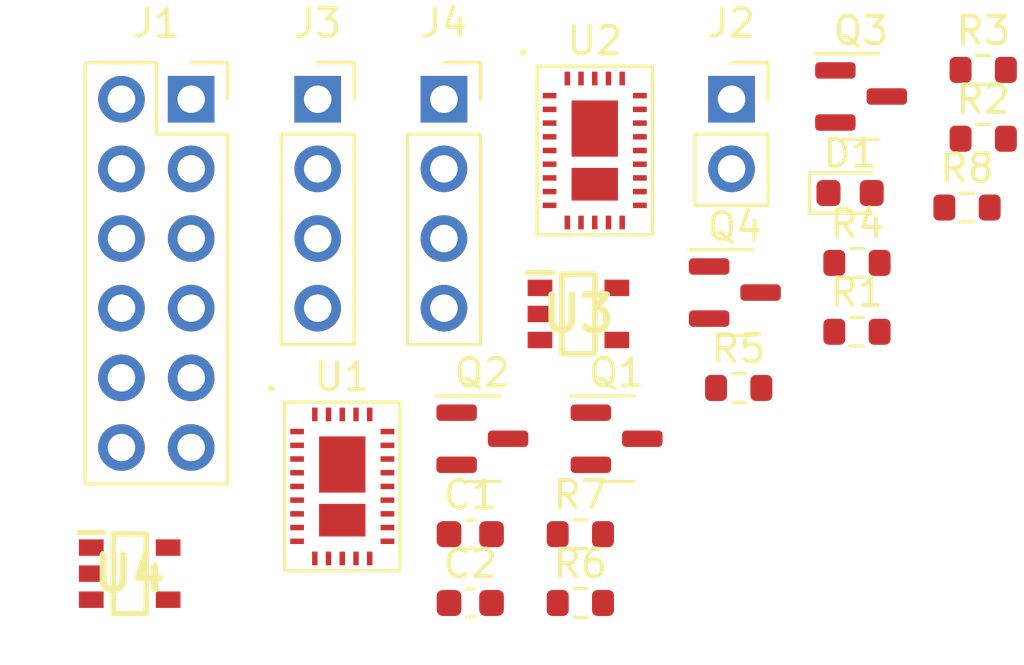
<source format=kicad_pcb>
(kicad_pcb (version 20211014) (generator pcbnew)
  (layers (0 "F.Cu" signal) (31 "B.Cu" signal) (34 "B.Paste" user) (35 "F.Paste" user) (36 "B.SilkS" user "B.Silkscreen") (37 "F.SilkS" user "F.Silkscreen") (38 "B.Mask" user) (39 "F.Mask" user) (44 "Edge.Cuts" user))
  (net 0 "")
  (net 1 "GND")
  (net 2 "Net-(C1-Pad2)")
  (net 3 "Net-(U2-Pad3)")
  (net 4 "/V_PUMP")
  (net 5 "/SDA")
  (net 7 "/SCL")
  (net 8 "/V_O2")
  (net 9 "VCC")
  (net 10 "/V_NH3")
  (net 11 "/CO2_INT")
  (net 12 "Net-(J1-Pad10)")
  (net 13 "/CH4_INT")
  (net 14 "Net-(J1-Pad12)")
  (net 15 "/V_CO2")
  (net 16 "Net-(R1-Pad2)")
  (net 17 "Net-(R3-Pad1)")
  (net 18 "/V_CH4")
  (net 19 "Net-(U2-Pad26)")
  (net 20 "Net-(U2-Pad37)")
  (footprint "Package_TO_SOT_SMD:SOT-23" (layer "F.Cu") (at 154.44 98.52)
    (fp_text reference "Q2" (at 0 -2.4) (layer "F.SilkS"))
    (fp_text value "T2N7002AK")
    (fp_line (start 0 -1.56) (end 0.65 -1.56) (layer "F.SilkS") (width 0.12))
    (fp_line (start 0 1.56) (end 0.65 1.56) (layer "F.SilkS") (width 0.12))
    (fp_line (start 0 1.56) (end -0.65 1.56) (layer "F.SilkS") (width 0.12))
    (fp_line (start 0 -1.56) (end -1.675 -1.56) (layer "F.SilkS") (width 0.12))
    (pad "1" smd roundrect (at -0.9375 -0.95) (size 1.475 0.6) (layers "F.Cu" "F.Paste" "F.Mask") (net 15 "/V_CO2"))
    (pad "2" smd roundrect (at -0.9375 0.95) (size 1.475 0.6) (layers "F.Cu" "F.Paste" "F.Mask") (net 17 "Net-(R3-Pad1)"))
    (pad "3" smd roundrect (at 0.9375 0) (size 1.475 0.6) (layers "F.Cu" "F.Paste" "F.Mask") (net 7 "/SCL"))
  )
  (footprint "Resistor_SMD:R_0603_1608Metric" (layer "F.Cu") (at 168.09 92.11)
    (fp_text reference "R4" (at 0 -1.43) (layer "F.SilkS"))
    (fp_text value "10k")
    (fp_line (start -0.237258 0.5225) (end 0.237258 0.5225) (layer "F.SilkS") (width 0.12))
    (fp_line (start -0.237258 -0.5225) (end 0.237258 -0.5225) (layer "F.SilkS") (width 0.12))
    (pad "1" smd roundrect (at -0.825 0) (size 0.8 0.95) (layers "F.Cu" "F.Paste" "F.Mask") (net 7 "/SCL"))
    (pad "2" smd roundrect (at 0.825 0) (size 0.8 0.95) (layers "F.Cu" "F.Paste" "F.Mask") (net 9 "VCC"))
  )
  (footprint "USEQGSE:USEQGSE" (layer "F.Cu") (at 158.535 88.01)
    (fp_text reference "U2" (at 0 -4 unlocked) (layer "F.SilkS"))
    (fp_text value "USEQGSE CH4")
    (fp_rect (start -2.1 -3.075) (end 2.1 3.075) (layer "F.SilkS") (width 0.12) (fill none))
    (fp_circle (center -2.6 -3.575) (end -2.6 -3.515) (layer "F.SilkS") (width 0.12) (fill none))
    (pad "1" smd rect (at -1.645 -2) (size 0.5 0.2) (layers "F.Cu" "F.Paste" "F.Mask") (net 18 "/V_CH4"))
    (pad "2" smd rect (at -1.645 -1.5) (size 0.5 0.2) (layers "F.Cu" "F.Paste" "F.Mask"))
    (pad "3" smd rect (at -1.645 -1) (size 0.5 0.2) (layers "F.Cu" "F.Paste" "F.Mask") (net 3 "Net-(U2-Pad3)"))
    (pad "4" smd rect (at -1.645 -0.5) (size 0.5 0.2) (layers "F.Cu" "F.Paste" "F.Mask"))
    (pad "5" smd rect (at -1.645 0) (size 0.5 0.2) (layers "F.Cu" "F.Paste" "F.Mask") (net 1 "GND"))
    (pad "6" smd rect (at -1.645 0.5) (size 0.5 0.2) (layers "F.Cu" "F.Paste" "F.Mask"))
    (pad "7" smd rect (at -1.645 1) (size 0.5 0.2) (layers "F.Cu" "F.Paste" "F.Mask") (net 1 "GND"))
    (pad "8" smd rect (at -1.645 1.5) (size 0.5 0.2) (layers "F.Cu" "F.Paste" "F.Mask"))
    (pad "9" smd rect (at -1.645 2) (size 0.5 0.2) (layers "F.Cu" "F.Paste" "F.Mask"))
    (pad "10" smd rect (at -1 2.625 270) (size 0.5 0.2) (layers "F.Cu" "F.Paste" "F.Mask"))
    (pad "11" smd rect (at -0.5 2.625 270) (size 0.5 0.2) (layers "F.Cu" "F.Paste" "F.Mask"))
    (pad "12" smd rect (at 0 2.625 270) (size 0.5 0.2) (layers "F.Cu" "F.Paste" "F.Mask"))
    (pad "13" smd rect (at 0.5 2.625 270) (size 0.5 0.2) (layers "F.Cu" "F.Paste" "F.Mask"))
    (pad "14" smd rect (at 1 2.625 270) (size 0.5 0.2) (layers "F.Cu" "F.Paste" "F.Mask"))
    (pad "15" smd rect (at 1.645 2) (size 0.5 0.2) (layers "F.Cu" "F.Paste" "F.Mask"))
    (pad "16" smd rect (at 1.645 1.5) (size 0.5 0.2) (layers "F.Cu" "F.Paste" "F.Mask"))
    (pad "17" smd rect (at 1.645 1) (size 0.5 0.2) (layers "F.Cu" "F.Paste" "F.Mask") (net 1 "GND"))
    (pad "18" smd rect (at 1.645 0.5) (size 0.5 0.2) (layers "F.Cu" "F.Paste" "F.Mask"))
    (pad "19" smd rect (at 1.645 0) (size 0.5 0.2) (layers "F.Cu" "F.Paste" "F.Mask") (net 1 "GND"))
    (pad "20" smd rect (at 1.645 -0.5) (size 0.5 0.2) (layers "F.Cu" "F.Paste" "F.Mask"))
    (pad "21" smd rect (at 1.645 -1) (size 0.5 0.2) (layers "F.Cu" "F.Paste" "F.Mask"))
    (pad "22" smd rect (at 1.645 -1.5) (size 0.5 0.2) (layers "F.Cu" "F.Paste" "F.Mask"))
    (pad "23" smd rect (at 1.645 -2) (size 0.5 0.2) (layers "F.Cu" "F.Paste" "F.Mask") (net 18 "/V_CH4"))
    (pad "24" smd rect (at 1 -2.625 270) (size 0.5 0.2) (layers "F.Cu" "F.Paste" "F.Mask"))
    (pad "25" smd rect (at 0.5 -2.625 270) (size 0.5 0.2) (layers "F.Cu" "F.Paste" "F.Mask") (net 13 "/CH4_INT"))
    (pad "26" smd rect (at 0 -2.625 270) (size 0.5 0.2) (layers "F.Cu" "F.Paste" "F.Mask") (net 19 "Net-(U2-Pad26)"))
    (pad "27" smd rect (at -0.5 -2.625 270) (size 0.5 0.2) (layers "F.Cu" "F.Paste" "F.Mask"))
    (pad "28" smd rect (at -1 -2.625 270) (size 0.5 0.2) (layers "F.Cu" "F.Paste" "F.Mask") (net 1 "GND"))
    (pad "29" smd rect (at 0 -0.8 270) (size 2.05 1.69) (layers "F.Cu" "F.Paste" "F.Mask") (net 1 "GND"))
    (pad "30" smd rect (at 0 1.23 270) (size 1.19 1.69) (layers "F.Cu" "F.Paste" "F.Mask") (net 1 "GND"))
  )
  (footprint "Package_TO_SOT_SMD:SOT-23" (layer "F.Cu") (at 163.64 93.19)
    (fp_text reference "Q4" (at 0 -2.4) (layer "F.SilkS"))
    (fp_text value "T2N7002AK")
    (fp_line (start 0 1.56) (end -0.65 1.56) (layer "F.SilkS") (width 0.12))
    (fp_line (start 0 1.56) (end 0.65 1.56) (layer "F.SilkS") (width 0.12))
    (fp_line (start 0 -1.56) (end 0.65 -1.56) (layer "F.SilkS") (width 0.12))
    (fp_line (start 0 -1.56) (end -1.675 -1.56) (layer "F.SilkS") (width 0.12))
    (pad "1" smd roundrect (at -0.9375 -0.95) (size 1.475 0.6) (layers "F.Cu" "F.Paste" "F.Mask") (net 18 "/V_CH4"))
    (pad "2" smd roundrect (at -0.9375 0.95) (size 1.475 0.6) (layers "F.Cu" "F.Paste" "F.Mask") (net 20 "Net-(U2-Pad37)"))
    (pad "3" smd roundrect (at 0.9375 0) (size 1.475 0.6) (layers "F.Cu" "F.Paste" "F.Mask") (net 7 "/SCL"))
  )
  (footprint "Resistor_SMD:R_0603_1608Metric" (layer "F.Cu") (at 158.01 104.51)
    (fp_text reference "R6" (at 0 -1.43) (layer "F.SilkS"))
    (fp_text value "10k")
    (fp_line (start -0.237258 -0.5225) (end 0.237258 -0.5225) (layer "F.SilkS") (width 0.12))
    (fp_line (start -0.237258 0.5225) (end 0.237258 0.5225) (layer "F.SilkS") (width 0.12))
    (pad "1" smd roundrect (at -0.825 0) (size 0.8 0.95) (layers "F.Cu" "F.Paste" "F.Mask") (net 9 "VCC"))
    (pad "2" smd roundrect (at 0.825 0) (size 0.8 0.95) (layers "F.Cu" "F.Paste" "F.Mask") (net 5 "/SDA"))
  )
  (footprint "SamacSys:SOT95P280X130-5N" (layer "F.Cu") (at 157.94 93.97)
    (fp_text reference "U3" (at 0 0) (layer "F.SilkS") (effects (font (size 1.27 1.27) (thickness 0.254))))
    (fp_text value "XC9265A331MR-G" hide)
    (fp_line (start 0.6 -1.45) (end 0.6 1.45) (layer "F.SilkS") (width 0.2))
    (fp_line (start -0.6 1.45) (end -0.6 -1.45) (layer "F.SilkS") (width 0.2))
    (fp_line (start -0.6 -1.45) (end 0.6 -1.45) (layer "F.SilkS") (width 0.2))
    (fp_line (start 0.6 1.45) (end -0.6 1.45) (layer "F.SilkS") (width 0.2))
    (fp_line (start -1.85 -1.5) (end -0.95 -1.5) (layer "F.SilkS") (width 0.2))
    (pad "1" smd rect locked (at -1.4 -0.95 90) (size 0.6 0.9) (layers "F.Cu" "F.Paste" "F.Mask") (net 12 "Net-(J1-Pad10)"))
    (pad "2" smd rect locked (at -1.4 0 90) (size 0.6 0.9) (layers "F.Cu" "F.Paste" "F.Mask") (net 1 "GND"))
    (pad "3" smd rect locked (at -1.4 0.95 90) (size 0.6 0.9) (layers "F.Cu" "F.Paste" "F.Mask") (net 12 "Net-(J1-Pad10)"))
    (pad "4" smd rect locked (at 1.4 0.95 90) (size 0.6 0.9) (layers "F.Cu" "F.Paste" "F.Mask") (net 15 "/V_CO2"))
    (pad "5" smd rect locked (at 1.4 -0.95 90) (size 0.6 0.9) (layers "F.Cu" "F.Paste" "F.Mask"))
  )
  (footprint "Resistor_SMD:R_0603_1608Metric" (layer "F.Cu") (at 163.78 96.67)
    (fp_text reference "R5" (at 0 -1.43) (layer "F.SilkS"))
    (fp_text value "10k")
    (fp_line (start -0.237258 0.5225) (end 0.237258 0.5225) (layer "F.SilkS") (width 0.12))
    (fp_line (start -0.237258 -0.5225) (end 0.237258 -0.5225) (layer "F.SilkS") (width 0.12))
    (pad "1" smd roundrect (at -0.825 0) (size 0.8 0.95) (layers "F.Cu" "F.Paste" "F.Mask") (net 18 "/V_CH4"))
    (pad "2" smd roundrect (at 0.825 0) (size 0.8 0.95) (layers "F.Cu" "F.Paste" "F.Mask") (net 19 "Net-(U2-Pad26)"))
  )
  (footprint "Package_TO_SOT_SMD:SOT-23" (layer "F.Cu") (at 159.33 98.52)
    (fp_text reference "Q1" (at 0 -2.4) (layer "F.SilkS"))
    (fp_text value "T2N7002AK")
    (fp_line (start 0 -1.56) (end 0.65 -1.56) (layer "F.SilkS") (width 0.12))
    (fp_line (start 0 1.56) (end 0.65 1.56) (layer "F.SilkS") (width 0.12))
    (fp_line (start 0 -1.56) (end -1.675 -1.56) (layer "F.SilkS") (width 0.12))
    (fp_line (start 0 1.56) (end -0.65 1.56) (layer "F.SilkS") (width 0.12))
    (pad "1" smd roundrect (at -0.9375 -0.95) (size 1.475 0.6) (layers "F.Cu" "F.Paste" "F.Mask") (net 15 "/V_CO2"))
    (pad "2" smd roundrect (at -0.9375 0.95) (size 1.475 0.6) (layers "F.Cu" "F.Paste" "F.Mask") (net 16 "Net-(R1-Pad2)"))
    (pad "3" smd roundrect (at 0.9375 0) (size 1.475 0.6) (layers "F.Cu" "F.Paste" "F.Mask") (net 5 "/SDA"))
  )
  (footprint "Connector_PinSocket_2.54mm:PinSocket_1x02_P2.54mm_Vertical" (layer "F.Cu") (at 163.52 86.14)
    (fp_text reference "J2" (at 0 -2.77) (layer "F.SilkS"))
    (fp_text value "Pump")
    (fp_line (start 1.33 1.27) (end 1.33 3.87) (layer "F.SilkS") (width 0.12))
    (fp_line (start -1.33 3.87) (end 1.33 3.87) (layer "F.SilkS") (width 0.12))
    (fp_line (start 0 -1.33) (end 1.33 -1.33) (layer "F.SilkS") (width 0.12))
    (fp_line (start -1.33 1.27) (end 1.33 1.27) (layer "F.SilkS") (width 0.12))
    (fp_line (start 1.33 -1.33) (end 1.33 0) (layer "F.SilkS") (width 0.12))
    (fp_line (start -1.33 1.27) (end -1.33 3.87) (layer "F.SilkS") (width 0.12))
    (pad "1" thru_hole rect (at 0 0) (size 1.7 1.7) (drill 1) (layers *.Cu *.Mask) (net 4 "/V_PUMP"))
    (pad "2" thru_hole oval (at 0 2.54) (size 1.7 1.7) (drill 1) (layers *.Cu *.Mask) (net 1 "GND"))
  )
  (footprint "Connector_PinSocket_2.54mm:PinSocket_1x04_P2.54mm_Vertical" (layer "F.Cu") (at 148.44 86.14)
    (fp_text reference "J3" (at 0 -2.77) (layer "F.SilkS"))
    (fp_text value "DFRobot O2")
    (fp_line (start -1.33 1.27) (end 1.33 1.27) (layer "F.SilkS") (width 0.12))
    (fp_line (start 1.33 1.27) (end 1.33 8.95) (layer "F.SilkS") (width 0.12))
    (fp_line (start -1.33 1.27) (end -1.33 8.95) (layer "F.SilkS") (width 0.12))
    (fp_line (start 0 -1.33) (end 1.33 -1.33) (layer "F.SilkS") (width 0.12))
    (fp_line (start -1.33 8.95) (end 1.33 8.95) (layer "F.SilkS") (width 0.12))
    (fp_line (start 1.33 -1.33) (end 1.33 0) (layer "F.SilkS") (width 0.12))
    (pad "1" thru_hole rect (at 0 0) (size 1.7 1.7) (drill 1) (layers *.Cu *.Mask) (net 5 "/SDA"))
    (pad "2" thru_hole oval (at 0 2.54) (size 1.7 1.7) (drill 1) (layers *.Cu *.Mask) (net 7 "/SCL"))
    (pad "3" thru_hole oval (at 0 5.08) (size 1.7 1.7) (drill 1) (layers *.Cu *.Mask) (net 1 "GND"))
    (pad "4" thru_hole oval (at 0 7.62) (size 1.7 1.7) (drill 1) (layers *.Cu *.Mask) (net 8 "/V_O2"))
  )
  (footprint "Diode_SMD:D_0603_1608Metric" (layer "F.Cu") (at 167.84 89.56)
    (fp_text reference "D1" (at 0 -1.43) (layer "F.SilkS"))
    (fp_text value "D_Small")
    (fp_line (start -1.485 -0.735) (end -1.485 0.735) (layer "F.SilkS") (width 0.12))
    (fp_line (start 0.8 -0.735) (end -1.485 -0.735) (layer "F.SilkS") (width 0.12))
    (fp_line (start -1.485 0.735) (end 0.8 0.735) (layer "F.SilkS") (width 0.12))
    (pad "1" smd roundrect (at -0.7875 0) (size 0.875 0.95) (layers "F.Cu" "F.Paste" "F.Mask") (net 4 "/V_PUMP"))
    (pad "2" smd roundrect (at 0.7875 0) (size 0.875 0.95) (layers "F.Cu" "F.Paste" "F.Mask") (net 1 "GND"))
  )
  (footprint "Connector_PinSocket_2.54mm:PinSocket_2x06_P2.54mm_Vertical" (layer "F.Cu") (at 143.83 86.14)
    (fp_text reference "J1" (at -1.27 -2.77) (layer "F.SilkS"))
    (fp_text value "MicroLab Input")
    (fp_line (start -3.87 -1.33) (end -3.87 14.03) (layer "F.SilkS") (width 0.12))
    (fp_line (start -1.27 1.27) (end 1.33 1.27) (layer "F.SilkS") (width 0.12))
    (fp_line (start 1.33 -1.33) (end 1.33 0) (layer "F.SilkS") (width 0.12))
    (fp_line (start -3.87 14.03) (end 1.33 14.03) (layer "F.SilkS") (width 0.12))
    (fp_line (start -1.27 -1.33) (end -1.27 1.27) (layer "F.SilkS") (width 0.12))
    (fp_line (start 0 -1.33) (end 1.33 -1.33) (layer "F.SilkS") (width 0.12))
    (fp_line (start 1.33 1.27) (end 1.33 14.03) (layer "F.SilkS") (width 0.12))
    (fp_line (start -3.87 -1.33) (end -1.27 -1.33) (layer "F.SilkS") (width 0.12))
    (pad "1" thru_hole rect (at 0 0) (size 1.7 1.7) (drill 1) (layers *.Cu *.Mask) (net 5 "/SDA"))
    (pad "2" thru_hole oval (at -2.54 0) (size 1.7 1.7) (drill 1) (layers *.Cu *.Mask))
    (pad "3" thru_hole oval (at 0 2.54) (size 1.7 1.7) (drill 1) (layers *.Cu *.Mask) (net 7 "/SCL"))
    (pad "4" thru_hole oval (at -2.54 2.54) (size 1.7 1.7) (drill 1) (layers *.Cu *.Mask) (net 8 "/V_O2"))
    (pad "5" thru_hole oval (at 0 5.08) (size 1.7 1.7) (drill 1) (layers *.Cu *.Mask) (net 9 "VCC"))
    (pad "6" thru_hole oval (at -2.54 5.08) (size 1.7 1.7) (drill 1) (layers *.Cu *.Mask) (net 10 "/V_NH3"))
    (pad "7" thru_hole oval (at 0 7.62) (size 1.7 1.7) (drill 1) (layers *.Cu *.Mask) (net 1 "GND"))
    (pad "8" thru_hole oval (at -2.54 7.62) (size 1.7 1.7) (drill 1) (layers *.Cu *.Mask) (net 4 "/V_PUMP"))
    (pad "9" thru_hole oval (at 0 10.16) (size 1.7 1.7) (drill 1) (layers *.Cu *.Mask) (net 11 "/CO2_INT"))
    (pad "10" thru_hole oval (at -2.54 10.16) (size 1.7 1.7) (drill 1) (layers *.Cu *.Mask) (net 12 "Net-(J1-Pad10)"))
    (pad "11" thru_hole oval (at 0 12.7) (size 1.7 1.7) (drill 1) (layers *.Cu *.Mask) (net 13 "/CH4_INT"))
    (pad "12" thru_hole oval (at -2.54 12.7) (size 1.7 1.7) (drill 1) (layers *.Cu *.Mask) (net 14 "Net-(J1-Pad12)"))
  )
  (footprint "Capacitor_SMD:C_0603_1608Metric" (layer "F.Cu") (at 154 102)
    (fp_text reference "C1" (at 0 -1.43) (layer "F.SilkS"))
    (fp_text value "100nF")
    (fp_line (start -0.14058 0.51) (end 0.14058 0.51) (layer "F.SilkS") (width 0.12))
    (fp_line (start -0.14058 -0.51) (end 0.14058 -0.51) (layer "F.SilkS") (width 0.12))
    (pad "1" smd roundrect (at -0.775 0) (size 0.9 0.95) (layers "F.Cu" "F.Paste" "F.Mask") (net 1 "GND"))
    (pad "2" smd roundrect (at 0.775 0) (size 0.9 0.95) (layers "F.Cu" "F.Paste" "F.Mask") (net 2 "Net-(C1-Pad2)"))
  )
  (footprint "Resistor_SMD:R_0603_1608Metric" (layer "F.Cu") (at 158.01 102)
    (fp_text reference "R7" (at 0 -1.43) (layer "F.SilkS"))
    (fp_text value "10k")
    (fp_line (start -0.237258 0.5225) (end 0.237258 0.5225) (layer "F.SilkS") (width 0.12))
    (fp_line (start -0.237258 -0.5225) (end 0.237258 -0.5225) (layer "F.SilkS") (width 0.12))
    (pad "1" smd roundrect (at -0.825 0) (size 0.8 0.95) (layers "F.Cu" "F.Paste" "F.Mask") (net 20 "Net-(U2-Pad37)"))
    (pad "2" smd roundrect (at 0.825 0) (size 0.8 0.95) (layers "F.Cu" "F.Paste" "F.Mask") (net 18 "/V_CH4"))
  )
  (footprint "Resistor_SMD:R_0603_1608Metric" (layer "F.Cu") (at 172.69 87.58)
    (fp_text reference "R2" (at 0 -1.43) (layer "F.SilkS"))
    (fp_text value "10k")
    (fp_line (start -0.237258 -0.5225) (end 0.237258 -0.5225) (layer "F.SilkS") (width 0.12))
    (fp_line (start -0.237258 0.5225) (end 0.237258 0.5225) (layer "F.SilkS") (width 0.12))
    (pad "1" smd roundrect (at -0.825 0) (size 0.8 0.95) (layers "F.Cu" "F.Paste" "F.Mask") (net 9 "VCC"))
    (pad "2" smd roundrect (at 0.825 0) (size 0.8 0.95) (layers "F.Cu" "F.Paste" "F.Mask") (net 5 "/SDA"))
  )
  (footprint "Resistor_SMD:R_0603_1608Metric" (layer "F.Cu") (at 168.09 94.62)
    (fp_text reference "R1" (at 0 -1.43) (layer "F.SilkS"))
    (fp_text value "10k")
    (fp_line (start -0.237258 0.5225) (end 0.237258 0.5225) (layer "F.SilkS") (width 0.12))
    (fp_line (start -0.237258 -0.5225) (end 0.237258 -0.5225) (layer "F.SilkS") (width 0.12))
    (pad "1" smd roundrect (at -0.825 0) (size 0.8 0.95) (layers "F.Cu" "F.Paste" "F.Mask") (net 15 "/V_CO2"))
    (pad "2" smd roundrect (at 0.825 0) (size 0.8 0.95) (layers "F.Cu" "F.Paste" "F.Mask") (net 16 "Net-(R1-Pad2)"))
  )
  (footprint "Package_TO_SOT_SMD:SOT-23" (layer "F.Cu") (at 168.24 86.04)
    (fp_text reference "Q3" (at 0 -2.4) (layer "F.SilkS"))
    (fp_text value "T2N7002AK")
    (fp_line (start 0 1.56) (end -0.65 1.56) (layer "F.SilkS") (width 0.12))
    (fp_line (start 0 1.56) (end 0.65 1.56) (layer "F.SilkS") (width 0.12))
    (fp_line (start 0 -1.56) (end 0.65 -1.56) (layer "F.SilkS") (width 0.12))
    (fp_line (start 0 -1.56) (end -1.675 -1.56) (layer "F.SilkS") (width 0.12))
    (pad "1" smd roundrect (at -0.9375 -0.95) (size 1.475 0.6) (layers "F.Cu" "F.Paste" "F.Mask") (net 18 "/V_CH4"))
    (pad "2" smd roundrect (at -0.9375 0.95) (size 1.475 0.6) (layers "F.Cu" "F.Paste" "F.Mask") (net 19 "Net-(U2-Pad26)"))
    (pad "3" smd roundrect (at 0.9375 0) (size 1.475 0.6) (layers "F.Cu" "F.Paste" "F.Mask") (net 5 "/SDA"))
  )
  (footprint "SamacSys:SOT95P280X130-5N" (layer "F.Cu") (at 141.59 103.44)
    (fp_text reference "U4" (at 0 0) (layer "F.SilkS") (effects (font (size 1.27 1.27) (thickness 0.254))))
    (fp_text value "XC9265A331MR-G" hide)
    (fp_line (start -1.85 -1.5) (end -0.95 -1.5) (layer "F.SilkS") (width 0.2))
    (fp_line (start 0.6 -1.45) (end 0.6 1.45) (layer "F.SilkS") (width 0.2))
    (fp_line (start -0.6 -1.45) (end 0.6 -1.45) (layer "F.SilkS") (width 0.2))
    (fp_line (start -0.6 1.45) (end -0.6 -1.45) (layer "F.SilkS") (width 0.2))
    (fp_line (start 0.6 1.45) (end -0.6 1.45) (layer "F.SilkS") (width 0.2))
    (pad "1" smd rect locked (at -1.4 -0.95 90) (size 0.6 0.9) (layers "F.Cu" "F.Paste" "F.Mask") (net 14 "Net-(J1-Pad12)"))
    (pad "2" smd rect locked (at -1.4 0 90) (size 0.6 0.9) (layers "F.Cu" "F.Paste" "F.Mask") (net 1 "GND"))
    (pad "3" smd rect locked (at -1.4 0.95 90) (size 0.6 0.9) (layers "F.Cu" "F.Paste" "F.Mask") (net 14 "Net-(J1-Pad12)"))
    (pad "4" smd rect locked (at 1.4 0.95 90) (size 0.6 0.9) (layers "F.Cu" "F.Paste" "F.Mask") (net 18 "/V_CH4"))
    (pad "5" smd rect locked (at 1.4 -0.95 90) (size 0.6 0.9) (layers "F.Cu" "F.Paste" "F.Mask"))
  )
  (footprint "USEQGSE:USEQGSE" (layer "F.Cu") (at 149.335 100.26)
    (fp_text reference "U1" (at 0 -4 unlocked) (layer "F.SilkS"))
    (fp_text value "USEQGSE CO2")
    (fp_rect (start -2.1 -3.075) (end 2.1 3.075) (layer "F.SilkS") (width 0.12) (fill none))
    (fp_circle (center -2.6 -3.575) (end -2.6 -3.515) (layer "F.SilkS") (width 0.12) (fill none))
    (pad "1" smd rect (at -1.645 -2) (size 0.5 0.2) (layers "F.Cu" "F.Paste" "F.Mask") (net 15 "/V_CO2"))
    (pad "2" smd rect (at -1.645 -1.5) (size 0.5 0.2) (layers "F.Cu" "F.Paste" "F.Mask"))
    (pad "3" smd rect (at -1.645 -1) (size 0.5 0.2) (layers "F.Cu" "F.Paste" "F.Mask") (net 2 "Net-(C1-Pad2)"))
    (pad "4" smd rect (at -1.645 -0.5) (size 0.5 0.2) (layers "F.Cu" "F.Paste" "F.Mask"))
    (pad "5" smd rect (at -1.645 0) (size 0.5 0.2) (layers "F.Cu" "F.Paste" "F.Mask") (net 1 "GND"))
    (pad "6" smd rect (at -1.645 0.5) (size 0.5 0.2) (layers "F.Cu" "F.Paste" "F.Mask"))
    (pad "7" smd rect (at -1.645 1) (size 0.5 0.2) (layers "F.Cu" "F.Paste" "F.Mask") (net 1 "GND"))
    (pad "8" smd rect (at -1.645 1.5) (size 0.5 0.2) (layers "F.Cu" "F.Paste" "F.Mask"))
    (pad "9" smd rect (at -1.645 2) (size 0.5 0.2) (layers "F.Cu" "F.Paste" "F.Mask"))
    (pad "10" smd rect (at -1 2.625 270) (size 0.5 0.2) (layers "F.Cu" "F.Paste" "F.Mask"))
    (pad "11" smd rect (at -0.5 2.625 270) (size 0.5 0.2) (layers "F.Cu" "F.Paste" "F.Mask"))
    (pad "12" smd rect (at 0 2.625 270) (size 0.5 0.2) (layers "F.Cu" "F.Paste" "F.Mask"))
    (pad "13" smd rect (at 0.5 2.625 270) (size 0.5 0.2) (layers "F.Cu" "F.Paste" "F.Mask"))
    (pad "14" smd rect (at 1 2.625 270) (size 0.5 0.2) (layers "F.Cu" "F.Paste" "F.Mask"))
    (pad "15" smd rect (at 1.645 2) (size 0.5 0.2) (layers "F.Cu" "F.Paste" "F.Mask"))
    (pad "16" smd rect (at 1.645 1.5) (size 0.5 0.2) (layers "F.Cu" "F.Paste" "F.Mask"))
    (pad "17" smd rect (at 1.645 1) (size 0.5 0.2) (layers "F.Cu" "F.Paste" "F.Mask") (net 1 "GND"))
    (pad "18" smd rect (at 1.645 0.5) (size 0.5 0.2) (layers "F.Cu" "F.Paste" "F.Mask"))
    (pad "19" smd rect (at 1.645 0) (size 0.5 0.2) (layers "F.Cu" "F.Paste" "F.Mask") (net 1 "GND"))
    (pad "20" smd rect (at 1.645 -0.5) (size 0.5 0.2) (layers "F.Cu" "F.Paste" "F.Mask"))
    (pad "21" smd rect (at 1.645 -1) (size 0.5 0.2) (layers "F.Cu" "F.Paste" "F.Mask"))
    (pad "22" smd rect (at 1.645 -1.5) (size 0.5 0.2) (layers "F.Cu" "F.Paste" "F.Mask"))
    (pad "23" smd rect (at 1.645 -2) (size 0.5 0.2) (layers "F.Cu" "F.Paste" "F.Mask") (net 15 "/V_CO2"))
    (pad "24" smd rect (at 1 -2.625 270) (size 0.5 0.2) (layers "F.Cu" "F.Paste" "F.Mask"))
    (pad "25" smd rect (at 0.5 -2.625 270) (size 0.5 0.2) (layers "F.Cu" "F.Paste" "F.Mask") (net 11 "/CO2_INT"))
    (pad "26" smd rect (at 0 -2.625 270) (size 0.5 0.2) (layers "F.Cu" "F.Paste" "F.Mask") (net 16 "Net-(R1-Pad2)"))
    (pad "27" smd rect (at -0.5 -2.625 270) (size 0.5 0.2) (layers "F.Cu" "F.Paste" "F.Mask"))
    (pad "28" smd rect (at -1 -2.625 270) (size 0.5 0.2) (layers "F.Cu" "F.Paste" "F.Mask") (net 1 "GND"))
    (pad "29" smd rect (at 0 -0.8 270) (size 2.05 1.69) (layers "F.Cu" "F.Paste" "F.Mask") (net 1 "GND"))
    (pad "30" smd rect (at 0 1.23 270) (size 1.19 1.69) (layers "F.Cu" "F.Paste" "F.Mask") (net 1 "GND"))
  )
  (footprint "Resistor_SMD:R_0603_1608Metric" (layer "F.Cu") (at 172.1 90.09)
    (fp_text reference "R8" (at 0 -1.43) (layer "F.SilkS"))
    (fp_text value "10k")
    (fp_line (start -0.237258 -0.5225) (end 0.237258 -0.5225) (layer "F.SilkS") (width 0.12))
    (fp_line (start -0.237258 0.5225) (end 0.237258 0.5225) (layer "F.SilkS") (width 0.12))
    (pad "1" smd roundrect (at -0.825 0) (size 0.8 0.95) (layers "F.Cu" "F.Paste" "F.Mask") (net 7 "/SCL"))
    (pad "2" smd roundrect (at 0.825 0) (size 0.8 0.95) (layers "F.Cu" "F.Paste" "F.Mask") (net 9 "VCC"))
  )
  (footprint "Connector_PinSocket_2.54mm:PinSocket_1x04_P2.54mm_Vertical" (layer "F.Cu") (at 153.04 86.14)
    (fp_text reference "J4" (at 0 -2.77) (layer "F.SilkS"))
    (fp_text value "DFRobot NH3")
    (fp_line (start -1.33 1.27) (end -1.33 8.95) (layer "F.SilkS") (width 0.12))
    (fp_line (start 1.33 -1.33) (end 1.33 0) (layer "F.SilkS") (width 0.12))
    (fp_line (start 1.33 1.27) (end 1.33 8.95) (layer "F.SilkS") (width 0.12))
    (fp_line (start -1.33 8.95) (end 1.33 8.95) (layer "F.SilkS") (width 0.12))
    (fp_line (start 0 -1.33) (end 1.33 -1.33) (layer "F.SilkS") (width 0.12))
    (fp_line (start -1.33 1.27) (end 1.33 1.27) (layer "F.SilkS") (width 0.12))
    (pad "1" thru_hole rect (at 0 0) (size 1.7 1.7) (drill 1) (layers *.Cu *.Mask) (net 5 "/SDA"))
    (pad "2" thru_hole oval (at 0 2.54) (size 1.7 1.7) (drill 1) (layers *.Cu *.Mask) (net 7 "/SCL"))
    (pad "3" thru_hole oval (at 0 5.08) (size 1.7 1.7) (drill 1) (layers *.Cu *.Mask) (net 1 "GND"))
    (pad "4" thru_hole oval (at 0 7.62) (size 1.7 1.7) (drill 1) (layers *.Cu *.Mask) (net 10 "/V_NH3"))
  )
  (footprint "Resistor_SMD:R_0603_1608Metric" (layer "F.Cu") (at 172.69 85.07)
    (fp_text reference "R3" (at 0 -1.43) (layer "F.SilkS"))
    (fp_text value "10k")
    (fp_line (start -0.237258 0.5225) (end 0.237258 0.5225) (layer "F.SilkS") (width 0.12))
    (fp_line (start -0.237258 -0.5225) (end 0.237258 -0.5225) (layer "F.SilkS") (width 0.12))
    (pad "1" smd roundrect (at -0.825 0) (size 0.8 0.95) (layers "F.Cu" "F.Paste" "F.Mask") (net 17 "Net-(R3-Pad1)"))
    (pad "2" smd roundrect (at 0.825 0) (size 0.8 0.95) (layers "F.Cu" "F.Paste" "F.Mask") (net 15 "/V_CO2"))
  )
  (footprint "Capacitor_SMD:C_0603_1608Metric" (layer "F.Cu") (at 154 104.51)
    (fp_text reference "C2" (at 0 -1.43) (layer "F.SilkS"))
    (fp_text value "100nF")
    (fp_line (start -0.14058 0.51) (end 0.14058 0.51) (layer "F.SilkS") (width 0.12))
    (fp_line (start -0.14058 -0.51) (end 0.14058 -0.51) (layer "F.SilkS") (width 0.12))
    (pad "1" smd roundrect (at -0.775 0) (size 0.9 0.95) (layers "F.Cu" "F.Paste" "F.Mask") (net 1 "GND"))
    (pad "2" smd roundrect (at 0.775 0) (size 0.9 0.95) (layers "F.Cu" "F.Paste" "F.Mask") (net 3 "Net-(U2-Pad3)"))
  )
)
</source>
